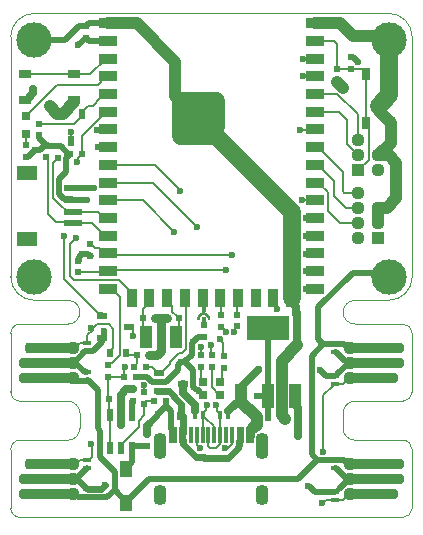
<source format=gtl>
G04*
G04 #@! TF.GenerationSoftware,Altium Limited,Altium Designer,21.6.1 (37)*
G04*
G04 Layer_Physical_Order=1*
G04 Layer_Color=255*
%FSAX25Y25*%
%MOIN*%
G70*
G04*
G04 #@! TF.SameCoordinates,2A6196F6-AC41-4C62-9EE7-3AB2130DBF51*
G04*
G04*
G04 #@! TF.FilePolarity,Positive*
G04*
G01*
G75*
%ADD11C,0.01968*%
%ADD12C,0.00394*%
%ADD15C,0.00787*%
%ADD16R,0.02362X0.03937*%
%ADD17R,0.03937X0.07874*%
%ADD18R,0.14173X0.07874*%
%ADD21R,0.04331X0.05315*%
%ADD22R,0.03543X0.02362*%
%ADD23R,0.02362X0.03543*%
%ADD24R,0.01968X0.02165*%
%ADD25R,0.02165X0.01968*%
%ADD26R,0.07087X0.04724*%
%ADD27R,0.06102X0.02362*%
%ADD28R,0.03150X0.02559*%
%ADD29R,0.01181X0.05709*%
%ADD31R,0.01968X0.02165*%
%ADD32R,0.04331X0.07480*%
%ADD33R,0.02165X0.01968*%
%ADD34R,0.04331X0.04331*%
%ADD35R,0.03543X0.05906*%
%ADD36R,0.05906X0.03543*%
%ADD38R,0.04134X0.02559*%
%ADD39R,0.02559X0.04134*%
G04:AMPARAMS|DCode=43|XSize=35.43mil|YSize=169.29mil|CornerRadius=13.82mil|HoleSize=0mil|Usage=FLASHONLY|Rotation=270.000|XOffset=0mil|YOffset=0mil|HoleType=Round|Shape=RoundedRectangle|*
%AMROUNDEDRECTD43*
21,1,0.03543,0.14165,0,0,270.0*
21,1,0.00780,0.16929,0,0,270.0*
1,1,0.02764,-0.07083,-0.00390*
1,1,0.02764,-0.07083,0.00390*
1,1,0.02764,0.07083,0.00390*
1,1,0.02764,0.07083,-0.00390*
%
%ADD43ROUNDEDRECTD43*%
G04:AMPARAMS|DCode=44|XSize=35.43mil|YSize=188.98mil|CornerRadius=13.82mil|HoleSize=0mil|Usage=FLASHONLY|Rotation=270.000|XOffset=0mil|YOffset=0mil|HoleType=Round|Shape=RoundedRectangle|*
%AMROUNDEDRECTD44*
21,1,0.03543,0.16134,0,0,270.0*
21,1,0.00780,0.18898,0,0,270.0*
1,1,0.02764,-0.08067,-0.00390*
1,1,0.02764,-0.08067,0.00390*
1,1,0.02764,0.08067,0.00390*
1,1,0.02764,0.08067,-0.00390*
%
%ADD44ROUNDEDRECTD44*%
%ADD69C,0.04370*%
%ADD77R,0.02756X0.01575*%
%ADD78R,0.01575X0.02756*%
%ADD79R,0.03150X0.03150*%
%ADD80R,0.02362X0.03150*%
%ADD81C,0.00100*%
%ADD82C,0.01600*%
%ADD83O,0.01001X0.01000*%
%ADD84C,0.03937*%
%ADD85C,0.05906*%
%ADD86C,0.02756*%
%ADD87C,0.03150*%
%ADD88C,0.02362*%
%ADD89C,0.01181*%
%ADD90C,0.11811*%
%ADD91R,0.04370X0.04370*%
G04:AMPARAMS|DCode=92|XSize=43.31mil|YSize=66.93mil|CornerRadius=19.49mil|HoleSize=0mil|Usage=FLASHONLY|Rotation=0.000|XOffset=0mil|YOffset=0mil|HoleType=Round|Shape=RoundedRectangle|*
%AMROUNDEDRECTD92*
21,1,0.04331,0.02795,0,0,0.0*
21,1,0.00433,0.06693,0,0,0.0*
1,1,0.03898,0.00217,-0.01398*
1,1,0.03898,-0.00217,-0.01398*
1,1,0.03898,-0.00217,0.01398*
1,1,0.03898,0.00217,0.01398*
%
%ADD92ROUNDEDRECTD92*%
G04:AMPARAMS|DCode=93|XSize=43.31mil|YSize=86.61mil|CornerRadius=19.49mil|HoleSize=0mil|Usage=FLASHONLY|Rotation=0.000|XOffset=0mil|YOffset=0mil|HoleType=Round|Shape=RoundedRectangle|*
%AMROUNDEDRECTD93*
21,1,0.04331,0.04764,0,0,0.0*
21,1,0.00433,0.08661,0,0,0.0*
1,1,0.03898,0.00217,-0.02382*
1,1,0.03898,-0.00217,-0.02382*
1,1,0.03898,-0.00217,0.02382*
1,1,0.03898,0.00217,0.02382*
%
%ADD93ROUNDEDRECTD93*%
%ADD94C,0.02362*%
G36*
X-0002052Y0069491D02*
Y0069283D01*
Y0068227D01*
X-0001690Y0068142D01*
X-0001060Y0067743D01*
X-0000598Y0067159D01*
X-0000353Y0066456D01*
Y0066083D01*
Y0066003D01*
X-0000414Y0065856D01*
X-0000526Y0065743D01*
X-0000674Y0065682D01*
X-0000834D01*
X-0000981Y0065743D01*
X-0001094Y0065856D01*
X-0001156Y0066003D01*
Y0066083D01*
X-0001182Y0066356D01*
X-0001391Y0066860D01*
X-0001777Y0067246D01*
X-0002281Y0067455D01*
X-0002554Y0067482D01*
X-0002827Y0067455D01*
X-0003331Y0067246D01*
X-0003717Y0066860D01*
X-0003926Y0066356D01*
X-0003952Y0066083D01*
Y0066003D01*
X-0004014Y0065856D01*
X-0004126Y0065743D01*
X-0004274Y0065682D01*
X-0004434D01*
X-0004581Y0065743D01*
X-0004694Y0065856D01*
X-0004755Y0066003D01*
Y0066083D01*
Y0066456D01*
X-0004510Y0067159D01*
X-0004047Y0067743D01*
X-0003418Y0068142D01*
X-0003056Y0068227D01*
Y0068227D01*
Y0069283D01*
Y0069491D01*
X-0002762Y0069785D01*
X-0002346D01*
X-0002052Y0069491D01*
D02*
G37*
D11*
X-0043307Y0087953D02*
X-0043296Y0087942D01*
X-0040993D02*
X-0040305Y0087254D01*
X-0043296Y0087942D02*
X-0040993D01*
X-0043307Y0087846D02*
Y0087953D01*
X-0044291Y0085630D02*
Y0086862D01*
X-0043307Y0087846D01*
X-0044390Y0085630D02*
X-0044291D01*
X-0036010Y0059756D02*
X-0035813Y0059953D01*
Y0062063D01*
X-0035737Y0062139D01*
X-0036426Y0059756D02*
X-0036010D01*
X0047043Y0153445D02*
X0048784Y0151703D01*
X0048891D01*
X0046654Y0153445D02*
X0047043D01*
X0046555D02*
X0046654D01*
X-0058695Y0122430D02*
X-0056999D01*
X-0058877Y0122355D02*
X-0058770D01*
X-0055413Y0124016D02*
X-0055216D01*
X-0058770Y0122355D02*
X-0058695Y0122430D01*
X-0061153Y0120079D02*
X-0058877Y0122355D01*
X-0056999Y0122430D02*
X-0055413Y0124016D01*
X-0061811Y0120079D02*
X-0061153D01*
X-0057382Y0126476D02*
X-0054724Y0123819D01*
X-0057382Y0126476D02*
Y0127362D01*
X0034428Y0008465D02*
X0041339D01*
X0032372Y0010520D02*
X0034428Y0008465D01*
X0032266Y0010520D02*
X0032372D01*
X-0040748Y0158858D02*
X-0034449D01*
X-0041831Y0159843D02*
X-0041732D01*
X-0040748Y0158858D01*
X-0044062Y0163812D02*
X-0041831D01*
Y0163779D02*
X-0041732D01*
X-0040748Y0164764D01*
X-0034449D01*
X-0041929Y0159843D02*
X-0041831D01*
X-0044442Y0157330D02*
X-0041929Y0159843D01*
X-0044499Y0157330D02*
X-0044442D01*
X-0048870Y0159004D02*
X-0044062Y0163812D01*
X-0059055Y0159004D02*
X-0048870D01*
X-0028873Y0016009D02*
X-0026476Y0018406D01*
Y0023228D01*
Y0023720D02*
X-0026280Y0023917D01*
X-0021457D01*
X0041339Y0055020D02*
X0041535D01*
X0044458Y0052097D01*
X0041929Y0047692D02*
X0045875Y0051638D01*
X0038025Y0047146D02*
X0041339D01*
X0036041Y0049129D02*
X0038025Y0047146D01*
X-0026274Y0038780D02*
Y0038878D01*
X-0026318Y0034213D02*
Y0038736D01*
X-0015106Y0045189D02*
X-0011304Y0048991D01*
X-0021377Y0046811D02*
X-0019756Y0045189D01*
X-0015106D01*
X-0026274Y0038878D02*
X-0026176D01*
X-0026476Y0034055D02*
X-0026318Y0034213D01*
Y0038736D02*
X-0026274Y0038780D01*
X-0047856Y0121260D02*
X-0047244D01*
X-0050955Y0123721D02*
X-0050316D01*
X-0047856Y0121260D01*
X-0047244Y0121161D02*
Y0121260D01*
X-0049171Y0106102D02*
X-0046457D01*
X-0050787Y0107719D02*
X-0049171Y0106102D01*
X-0050787Y0107719D02*
Y0112785D01*
X-0046457Y0106102D02*
X-0046138Y0105784D01*
X-0041488D01*
X-0041412Y0105709D01*
X-0048425Y0115147D02*
Y0119882D01*
X-0050787Y0112785D02*
X-0048425Y0115147D01*
Y0119882D02*
X-0047244Y0121063D01*
X-0054626Y0123819D02*
X-0051083D01*
X-0057480Y0127362D02*
X-0057382D01*
X-0006201Y0043581D02*
X-0004944Y0042325D01*
X-0008858Y0051968D02*
X-0006201Y0049311D01*
Y0043581D02*
Y0049311D01*
X-0008661Y0052165D02*
X-0006607Y0054220D01*
Y0058010D01*
X-0006103Y0058513D02*
Y0058620D01*
X-0006607Y0058010D02*
X-0006103Y0058513D01*
X-0005997Y0058620D02*
X-0004420Y0060197D01*
X-0002652D01*
X-0006103Y0058620D02*
X-0005997D01*
X-0009449Y0051968D02*
X-0009252Y0052165D01*
X-0008661D01*
X-0010039Y0051968D02*
X-0009449D01*
X-0021457Y0027854D02*
X-0021358D01*
X-0020765Y0031132D02*
X-0020684D01*
X-0013624Y0035268D02*
Y0035596D01*
X-0013583Y0033875D02*
X-0013566Y0033858D01*
Y0029324D02*
Y0033858D01*
X-0015256Y0037229D02*
Y0038681D01*
X-0013624Y0035268D02*
X-0013583Y0035227D01*
X-0015256Y0037229D02*
X-0013624Y0035596D01*
X-0013583Y0033875D02*
Y0035227D01*
X-0017738Y0034591D02*
X-0015256Y0037073D01*
X-0017813Y0034003D02*
Y0034409D01*
X-0017738Y0034484D01*
X-0020684Y0031132D02*
X-0017813Y0034003D01*
X-0017738Y0034484D02*
Y0034591D01*
X-0032311Y0009280D02*
Y0015186D01*
X-0037122Y0019997D02*
X-0032311Y0015186D01*
X-0037122Y0019997D02*
Y0028937D01*
X-0041339Y0055512D02*
X-0039633D01*
X-0036525Y0058620D01*
X-0025098Y0046811D02*
X-0021377D01*
X-0028873Y0015517D02*
Y0016009D01*
X-0041339Y0006791D02*
X-0034800D01*
X-0044350D02*
X-0041339D01*
X-0034800D02*
X-0032311Y0009280D01*
X-0037927Y0029742D02*
X-0037122Y0028937D01*
X-0037927Y0029742D02*
Y0042356D01*
X-0041339Y0045768D02*
X-0041142D01*
X-0040945Y0045571D01*
Y0045374D02*
Y0045571D01*
Y0045374D02*
X-0037927Y0042356D01*
X-0032311Y0009280D02*
X-0028346Y0005315D01*
Y0004823D02*
Y0005315D01*
X0035518Y0070000D02*
X0047054Y0081536D01*
X0035518Y0059487D02*
Y0070000D01*
Y0059487D02*
X0037229Y0057776D01*
X0033384Y0021047D02*
X0035198Y0019232D01*
X0033384Y0021047D02*
Y0053930D01*
X0037229Y0057776D02*
X0041339D01*
X0033384Y0053930D02*
X0037229Y0057776D01*
X0028830Y0012864D02*
X0035198Y0019232D01*
X0041339D01*
X-0028346Y0005315D02*
X-0020798Y0012864D01*
X0028830D01*
X-0045413Y0007854D02*
X-0044350Y0006791D01*
X-0046063Y0007854D02*
X-0045413D01*
X0041339Y0019232D02*
X0044035D01*
X0045413Y0017854D01*
X0046063D01*
X0041339Y0057776D02*
X0044276D01*
X0045413Y0056638D02*
X0046063D01*
X0044276Y0057776D02*
X0045413Y0056638D01*
X0044458Y0052097D02*
X0045603D01*
X0041535Y0016477D02*
X0044698Y0013314D01*
X0045603D01*
X0046063Y0012855D01*
X0041339Y0016477D02*
X0041535D01*
X0042402Y0009371D02*
X0045885Y0012855D01*
X0046063D01*
X-0044658Y0013314D02*
X-0041535Y0016437D01*
X-0045603Y0013314D02*
X-0044658D01*
X-0041535Y0016437D02*
X-0041339D01*
X-0046063Y0012855D02*
X-0045603Y0013314D01*
X-0041727Y0009512D02*
Y0009738D01*
X-0045603Y0012395D02*
X-0044383D01*
X-0046063Y0012855D02*
X-0045603Y0012395D01*
X-0041727Y0009512D02*
X-0041374D01*
X-0044383Y0012395D02*
X-0041727Y0009738D01*
X-0041374Y0009512D02*
X-0041339Y0009547D01*
X-0045885Y0051638D02*
X-0045413D01*
X-0046063D02*
X-0045885D01*
X-0042025Y0055498D02*
X-0041352D01*
X-0045885Y0051638D02*
X-0042025Y0055498D01*
X-0041352D02*
X-0041339Y0055512D01*
X-0042225Y0048450D02*
X-0041412D01*
X-0045413Y0051638D02*
X-0042225Y0048450D01*
X-0041412D02*
X-0041339Y0048524D01*
X-0045232Y0045571D02*
X-0041535D01*
X-0041339Y0045768D01*
X-0046063Y0046638D02*
X-0045603Y0046178D01*
X0018976Y0034895D02*
Y0041396D01*
X0018996Y0033071D02*
Y0034875D01*
X0018976Y0034895D02*
X0018996Y0034875D01*
X0013318Y0025807D02*
Y0026852D01*
X0013386Y0026919D02*
Y0027559D01*
X0012992Y0026525D02*
X0013318Y0026852D01*
X0017955Y0040560D02*
Y0040654D01*
X0017853Y0040457D02*
X0017955Y0040560D01*
X0015056Y0040457D02*
X0017853D01*
X0017955Y0040654D02*
X0018837Y0041535D01*
X0018976Y0041396D01*
X0018837Y0041535D02*
Y0063976D01*
X-0004210Y0042325D02*
X-0004135Y0042249D01*
X-0004944Y0042325D02*
X-0004210D01*
X-0042913Y0109843D02*
X-0039096D01*
X0047054Y0081536D02*
X0054520D01*
X-0011304Y0050704D02*
X-0010039Y0051968D01*
X-0011304Y0048991D02*
Y0050704D01*
X0054520Y0081536D02*
X0055792Y0080264D01*
D12*
X-0066927Y0003150D02*
G03*
X-0063774Y0000000I0003145J-0000004D01*
G01*
Y0025748D02*
G03*
X-0066927Y0022598I-0000008J-0003145D01*
G01*
X-0047829Y0025748D02*
G03*
X-0043892Y0029689I-0000001J0003938D01*
G01*
Y0034803D02*
G03*
X-0047829Y0038740I-0003938J-0000001D01*
G01*
X-0066927Y0041890D02*
G03*
X-0063774Y0038740I0003145J-0000004D01*
G01*
Y0064488D02*
G03*
X-0066927Y0061339I-0000008J-0003145D01*
G01*
X-0047829Y0064488D02*
G03*
X-0047829Y0072366I-0000006J0003939D01*
G01*
X-0066919Y0080240D02*
G03*
X-0059045Y0072366I0007870J-0000004D01*
G01*
X-0059049Y0168038D02*
G03*
X-0066923Y0160164I0000003J-0007877D01*
G01*
X0059053Y0072366D02*
G03*
X0066927Y0080240I-0000010J0007884D01*
G01*
X0047837Y0072366D02*
G03*
X0047829Y0064488I-0000006J-0003939D01*
G01*
X0066927Y0061339D02*
G03*
X0063774Y0064488I-0003152J-0000002D01*
G01*
Y0038740D02*
G03*
X0066927Y0041890I0000001J0003152D01*
G01*
X0047829Y0038740D02*
G03*
X0043892Y0034803I0000001J-0003938D01*
G01*
Y0029689D02*
G03*
X0047829Y0025748I0003938J-0000002D01*
G01*
X0066927Y0022598D02*
G03*
X0063774Y0025748I-0003152J-0000002D01*
G01*
Y0000000D02*
G03*
X0066927Y0003150I0000001J0003152D01*
G01*
Y0160164D02*
G03*
X0059053Y0168038I-0007877J-0000003D01*
G01*
X-0063774Y0000000D02*
X0063774D01*
X-0066927Y0003150D02*
Y0022598D01*
X-0063774Y0025748D02*
X-0047829D01*
X-0043892Y0029689D02*
Y0034803D01*
X-0063774Y0038740D02*
X-0047829D01*
X-0066927Y0041890D02*
Y0061339D01*
X-0063774Y0064488D02*
X-0047829D01*
X-0059045Y0072366D02*
X-0047829D01*
X-0066920Y0086817D02*
X-0066919Y0080240D01*
X-0066920Y0086817D02*
X-0066920D01*
X-0066923Y0160161D02*
X-0066920Y0086817D01*
X-0059049Y0168035D02*
X0059053D01*
X0047837Y0072366D02*
X0059053D01*
X0047829Y0064488D02*
X0063774D01*
X0066927Y0041890D02*
Y0061339D01*
X0047829Y0038740D02*
X0063774D01*
X0043892Y0029689D02*
Y0034803D01*
X0047829Y0025748D02*
X0063774D01*
X0066927Y0003150D02*
Y0022598D01*
Y0080240D02*
Y0160161D01*
D15*
X-0039862Y0090748D02*
X-0038874Y0089760D01*
X-0037398D02*
X-0035591Y0087953D01*
X-0034050D01*
X-0038874Y0089760D02*
X-0037398D01*
X-0034050Y0087953D02*
X-0033693Y0087595D01*
X-0047244Y0080356D02*
Y0091113D01*
X-0045923Y0079035D02*
X-0030841D01*
X-0047244Y0080356D02*
X-0045923Y0079035D01*
X-0047244Y0091113D02*
X-0045149Y0093209D01*
X-0049171Y0079372D02*
X-0037823Y0068024D01*
X-0049171Y0079372D02*
Y0093898D01*
X-0034449Y0082047D02*
X-0034050D01*
X-0043996Y0081791D02*
X-0034705D01*
X-0034449Y0082047D01*
X-0026682Y0063595D02*
X-0026053Y0062965D01*
Y0060653D02*
Y0062965D01*
Y0060653D02*
X-0026030Y0060630D01*
X-0036426Y0068024D02*
X-0035737Y0067335D01*
X-0037823Y0068024D02*
X-0036426D01*
X-0040354Y0019590D02*
X-0039897Y0020048D01*
X-0040354Y0019587D02*
Y0019590D01*
X-0039897Y0020048D02*
Y0023607D01*
X-0040748Y0019193D02*
X-0040354Y0019587D01*
X-0040225Y0023936D02*
X-0039897Y0023607D01*
X-0040225Y0023936D02*
Y0024362D01*
X-0043810Y0019193D02*
X-0040748D01*
X-0041339Y0060837D02*
X-0039586Y0062590D01*
X-0033966Y0055152D02*
X-0032770Y0056347D01*
X-0034301Y0064393D02*
X-0032770Y0062862D01*
Y0056347D02*
Y0062862D01*
X-0039462Y0063171D02*
X-0038240Y0064393D01*
X-0034301D01*
X-0033228Y0076142D02*
X-0030521Y0073434D01*
Y0054138D02*
Y0073434D01*
X-0033281Y0051378D02*
X-0030521Y0054138D01*
X0052264Y0129736D02*
Y0130709D01*
X0052539Y0119277D02*
Y0129460D01*
X0051378Y0131595D02*
X0052264Y0130709D01*
Y0129736D02*
X0052539Y0129460D01*
X0034449Y0141142D02*
X0041896D01*
X0048720Y0126038D02*
Y0134318D01*
X0041896Y0141142D02*
X0048720Y0134318D01*
X0051560Y0131806D02*
Y0147933D01*
X0050492Y0149508D02*
X0051378Y0148622D01*
X0046654Y0149508D02*
X0050492D01*
X0051378Y0147933D02*
Y0148622D01*
X0041831Y0149409D02*
Y0157876D01*
X0041880Y0149459D02*
X0046604D01*
X0041831Y0149409D02*
X0041880Y0149459D01*
X0046604D02*
X0046654Y0149508D01*
X0040849Y0158858D02*
X0041831Y0157876D01*
X-0046949Y0125492D02*
X-0046833Y0125608D01*
Y0128568D01*
X0034596Y0147259D02*
X0034848Y0147008D01*
X0030576Y0147259D02*
X0034596D01*
X-0041339Y0058268D02*
Y0060837D01*
X-0043898Y0058268D02*
X-0041339D01*
X-0033858Y0051378D02*
X-0033281D01*
X-0034449Y0050787D02*
X-0033858Y0051378D01*
X-0033966Y0054758D02*
Y0055152D01*
X0040354Y0043864D02*
Y0043996D01*
X0037229Y0021927D02*
Y0040739D01*
X0040354Y0043996D02*
X0040748Y0044390D01*
X0037229Y0040739D02*
X0040354Y0043864D01*
X0040748Y0044390D02*
X0043815D01*
X0034449Y0158858D02*
X0040849D01*
X-0028454Y0054758D02*
X-0027731Y0054035D01*
X-0024803D01*
X-0021949Y0050197D02*
X-0019783D01*
X-0018701Y0049016D02*
Y0049114D01*
X-0017913Y0048228D02*
X-0017323D01*
X-0019783Y0050197D02*
X-0018701Y0049114D01*
Y0049016D02*
X-0017913Y0048228D01*
X-0025886Y0050197D02*
X-0025295Y0050787D01*
Y0050950D01*
X-0024803Y0051443D02*
Y0054390D01*
X-0025295Y0050950D02*
X-0024803Y0051443D01*
X-0052658Y0118110D02*
X-0051673Y0119095D01*
X-0052658Y0106481D02*
Y0118110D01*
X-0051083Y0119783D02*
X-0050984D01*
X-0051673Y0119193D02*
X-0051083Y0119783D01*
X-0051673Y0119095D02*
Y0119193D01*
X-0028986Y0050047D02*
X-0028937Y0050096D01*
X-0028986Y0046801D02*
Y0050047D01*
X-0029035Y0046752D02*
X-0028986Y0046801D01*
X-0050409Y0104232D02*
X-0050395D01*
X-0048258Y0102096D01*
X-0052658Y0106481D02*
X-0050409Y0104232D01*
X-0034050Y0135197D02*
X-0033678Y0134825D01*
X-0044482Y0118819D02*
Y0119888D01*
X-0044783Y0118518D02*
X-0044482Y0118819D01*
X-0046260Y0101968D02*
X-0037794D01*
X-0048258Y0102096D02*
X-0046260D01*
X-0037794Y0101968D02*
X-0035630Y0099803D01*
X-0034449D01*
X-0051870Y0098326D02*
X-0046260D01*
Y0098031D02*
X-0039763D01*
X-0035591Y0093858D01*
X-0034050D01*
X-0054626Y0101082D02*
X-0051870Y0098326D01*
X-0054626Y0101082D02*
Y0119882D01*
X-0037008Y0139729D02*
Y0139764D01*
X-0035669Y0141103D02*
X-0034050D01*
X-0043209Y0133957D02*
Y0135138D01*
X-0041243Y0137104D01*
X-0039633D02*
X-0037008Y0139729D01*
X-0041243Y0137104D02*
X-0039633D01*
X-0037008Y0139764D02*
X-0035669Y0141103D01*
X-0045866Y0131299D02*
X-0043209Y0133957D01*
X-0057480Y0131299D02*
X-0045866D01*
X-0051496Y0144272D02*
X-0037967D01*
X-0061910Y0133858D02*
X-0051496Y0144272D01*
X-0045866Y0147736D02*
X-0040408D01*
X-0062205D02*
X-0045866D01*
X0044276Y0108205D02*
X0048909D01*
X0043815Y0108666D02*
Y0115240D01*
X0035630Y0123425D02*
X0043815Y0115240D01*
Y0108666D02*
X0044276Y0108205D01*
X0040999Y0107146D02*
Y0112151D01*
Y0107146D02*
X0044936Y0103209D01*
X0035630Y0117520D02*
X0040999Y0112151D01*
X0038917Y0102225D02*
X0042933Y0098209D01*
X0035630Y0111614D02*
X0038917Y0108328D01*
Y0102225D02*
Y0108328D01*
X0034449Y0123425D02*
X0035630D01*
X0044936Y0103209D02*
X0048913D01*
X0034449Y0117520D02*
X0035630D01*
X0042933Y0098209D02*
X0048912D01*
X0034449Y0111614D02*
X0035630D01*
X0034234Y0129190D02*
X0034592Y0129547D01*
X0029484Y0129190D02*
X0034234D01*
X0045310Y0124448D02*
X0049010Y0120748D01*
X0045310Y0124448D02*
Y0132378D01*
X0042452Y0135236D02*
X0045310Y0132378D01*
X0034449Y0135236D02*
X0042452D01*
X0048720Y0126038D02*
X0049010Y0125748D01*
X0050886Y0132480D02*
X0051560Y0131806D01*
X0049010Y0115748D02*
X0052539Y0119277D01*
X0050886Y0132480D02*
Y0133268D01*
X0007972Y0062532D02*
Y0063091D01*
X0003445Y0063484D02*
X0004724Y0062205D01*
Y0061811D02*
Y0062205D01*
X0007579Y0061713D02*
Y0062139D01*
X0007972Y0062532D01*
Y0063091D02*
X0008563Y0063681D01*
X0003347Y0063484D02*
X0003445D01*
X0008563Y0063681D02*
X0008661D01*
X0002839Y0059277D02*
Y0059471D01*
X0008661Y0073032D02*
X0008858Y0073228D01*
X0008661Y0067618D02*
Y0073032D01*
X0003347Y0067421D02*
Y0072835D01*
X0002953Y0073228D02*
X0003347Y0072835D01*
X-0000787Y0027389D02*
Y0027854D01*
X0002839Y0027673D02*
X0002953Y0027559D01*
X0002756Y0027362D02*
X0002953Y0027559D01*
X0002839Y0027673D02*
Y0032754D01*
X0002817Y0032776D02*
X0002839Y0032754D01*
X0002756Y0024633D02*
Y0027362D01*
X-0000984Y0028051D02*
X-0000787Y0027854D01*
X0001424Y0023302D02*
X0002756Y0024633D01*
X-0000984Y0023890D02*
X-0000396Y0023302D01*
X0001424D01*
X-0000984Y0023890D02*
Y0027559D01*
X0000787Y0027756D02*
Y0030485D01*
Y0027756D02*
X0000984Y0027559D01*
X-0002622Y0033661D02*
Y0034019D01*
X-0002854Y0034252D02*
X-0002622Y0034019D01*
Y0033429D02*
X-0002461Y0033268D01*
X-0001995D01*
X0000787Y0030485D01*
X-0002959Y0030343D02*
X-0002953Y0030337D01*
X-0002959Y0030343D02*
Y0033429D01*
X0001955Y0035593D02*
X0002705Y0034843D01*
Y0034252D02*
Y0034843D01*
X-0001930Y0035767D02*
Y0037081D01*
X0001654Y0037382D02*
X0001955Y0037081D01*
Y0035593D02*
Y0037081D01*
X-0001930D02*
X-0001629Y0037382D01*
X-0002854Y0034843D02*
X-0001930Y0035767D01*
X-0002854Y0034252D02*
Y0034843D01*
X-0003445Y0045768D02*
X-0002953Y0045276D01*
X-0003445Y0045768D02*
Y0050295D01*
X-0008477Y0073171D02*
X-0008460Y0073189D01*
X-0009789Y0054753D02*
X-0008477Y0056065D01*
Y0073171D01*
X-0000009Y0054340D02*
Y0057432D01*
X-0000215Y0057638D02*
X-0000009Y0057432D01*
Y0054340D02*
X0000197Y0054134D01*
X0003642Y0045965D02*
Y0049508D01*
X0004035Y0049902D01*
X0000197Y0043406D02*
Y0050197D01*
X-0033608Y0082490D02*
X0004906D01*
X0003929Y0054044D02*
Y0058187D01*
X0002839Y0059277D02*
X0003929Y0058187D01*
X-0003642Y0054232D02*
X-0003538Y0054336D01*
Y0056674D02*
X-0003434Y0056778D01*
X-0003538Y0054336D02*
Y0056674D01*
X-0034301Y0046801D02*
X-0029085D01*
X-0034350Y0046752D02*
X-0034301Y0046801D01*
X-0029085D02*
X-0029035Y0046752D01*
X-0034350Y0039665D02*
X-0034252Y0039567D01*
X-0034350Y0039665D02*
Y0046752D01*
X-0030217Y0024016D02*
X-0024137Y0030095D01*
Y0032194D01*
X-0022343Y0033989D01*
X-0030217Y0023228D02*
Y0024016D01*
X-0022539Y0037795D02*
X-0021654Y0038681D01*
X-0019193D01*
X-0022638Y0037795D02*
X-0022539D01*
X-0022343Y0033989D02*
Y0037795D01*
X-0034252Y0034350D02*
X-0033957Y0034055D01*
X-0034252Y0034350D02*
Y0039567D01*
X-0033957Y0025492D02*
Y0034055D01*
X-0019735Y0038139D02*
X-0019193Y0038681D01*
X-0022638Y0041732D02*
Y0044001D01*
X-0034050Y0076142D02*
X-0033228D01*
X0036853Y0004809D02*
X0037202D01*
X0038101Y0005709D01*
X0043898D01*
X-0045149Y0017854D02*
X-0043810Y0019193D01*
X-0046063Y0017854D02*
X-0045149D01*
X0046044Y0007854D02*
X0046063D01*
X0043898Y0005709D02*
X0046044Y0007854D01*
X0043815Y0044390D02*
X0046063Y0046638D01*
X-0045527Y0056638D02*
X-0043898Y0058268D01*
X-0046063Y0056638D02*
X-0045527D01*
X0005362Y0023302D02*
X0006693Y0024633D01*
X0004472Y0023000D02*
X0004774Y0023302D01*
X0005362D01*
X0006693Y0024633D02*
Y0027005D01*
X-0004724Y0024243D02*
Y0026102D01*
Y0024243D02*
X-0003717Y0023235D01*
Y0022994D02*
Y0023235D01*
X-0004921Y0026298D02*
X-0004724Y0026102D01*
X-0037967Y0144272D02*
X-0035231Y0147008D01*
X-0034050Y0082047D02*
X-0033608Y0082490D01*
X0021068Y0073189D02*
X0021993Y0072264D01*
Y0069607D02*
Y0072264D01*
X0031600Y0099764D02*
X0034848D01*
X0031600Y0093858D02*
X0034848D01*
X0031600Y0087953D02*
X0034848D01*
X0031600Y0082047D02*
X0034848D01*
X0031600Y0076138D02*
X0034844D01*
X0034848Y0076142D01*
X-0044482Y0119888D02*
X-0043307Y0121063D01*
Y0127121D01*
X-0030841Y0079035D02*
X-0026176Y0074370D01*
Y0073189D02*
Y0074370D01*
X-0010870Y0054753D02*
X-0009789D01*
X0003929Y0054044D02*
X0004035Y0053937D01*
X-0033693Y0087595D02*
X0006996D01*
X-0034050Y0111575D02*
X-0019580D01*
X-0004947Y0096942D01*
X-0022869Y0105669D02*
X-0012443Y0095243D01*
X-0034050Y0105669D02*
X-0022869D01*
X-0010363Y0108756D02*
Y0109004D01*
X-0018840Y0117481D02*
X-0010363Y0109004D01*
X-0034050Y0117481D02*
X-0018840D01*
X0002953Y0045276D02*
X0003642Y0045965D01*
X0000197Y0043406D02*
X0002657Y0040945D01*
X0002953D01*
X-0016732Y0048228D02*
X-0013766Y0051195D01*
Y0051857D01*
X-0010870Y0054753D01*
X-0017323Y0048228D02*
X-0016732D01*
X-0014365Y0072008D02*
X-0012987Y0070630D01*
Y0068354D02*
Y0070630D01*
X-0011640Y0067007D02*
X-0011434D01*
X-0010843Y0060995D02*
Y0066417D01*
X-0011434Y0067007D02*
X-0010843Y0066417D01*
X-0012987Y0068354D02*
X-0011640Y0067007D01*
X-0043307Y0127121D02*
X-0035231Y0135197D01*
X-0034050D01*
X-0061910Y0124311D02*
Y0128051D01*
X-0035231Y0147008D02*
X-0034050D01*
Y0152953D02*
X-0032770D01*
X-0040408Y0147736D02*
X-0035231Y0152914D01*
X-0034050D01*
X-0022834Y0061717D02*
X-0021399Y0060282D01*
X-0022834Y0061717D02*
Y0069444D01*
X-0020270Y0072008D01*
Y0073189D01*
X-0011556Y0060282D02*
X-0010843Y0060995D01*
X-0014365Y0072008D02*
Y0073189D01*
X-0012006Y0062326D02*
X-0011605Y0061925D01*
X-0022039Y0062516D02*
X-0021448Y0061925D01*
X0030069Y0105669D02*
X0034848D01*
X0030632Y0152914D02*
X0034848D01*
D16*
X-0026476Y0023228D02*
D03*
X-0030217D02*
D03*
X-0033957D02*
D03*
Y0034055D02*
D03*
X-0030217D02*
D03*
X-0026476D02*
D03*
D17*
X0027854Y0040551D02*
D03*
X0009744D02*
D03*
X0018799D02*
D03*
D18*
Y0062992D02*
D03*
D21*
X-0028346Y0004823D02*
D03*
Y0016043D02*
D03*
Y0004823D02*
D03*
Y0016043D02*
D03*
D22*
X-0036426Y0067237D02*
D03*
Y0059756D02*
D03*
X-0027371Y0063496D02*
D03*
X-0009449Y0044488D02*
D03*
Y0051968D02*
D03*
X-0017323Y0048228D02*
D03*
D23*
X-0043209Y0134547D02*
D03*
X-0050689D02*
D03*
X-0046949Y0125492D02*
D03*
D24*
X-0047244Y0121161D02*
D03*
X-0043307D02*
D03*
X0028543Y0032874D02*
D03*
X0024606D02*
D03*
X0015059Y0033071D02*
D03*
X0018996D02*
D03*
X-0034252Y0039567D02*
D03*
X-0030315D02*
D03*
X-0025098Y0046752D02*
D03*
X-0029035D02*
D03*
X-0019193Y0038681D02*
D03*
X-0015256D02*
D03*
X-0025886Y0050197D02*
D03*
X-0021949D02*
D03*
D25*
X-0057480Y0127362D02*
D03*
Y0131299D02*
D03*
X-0021457Y0023917D02*
D03*
Y0027854D02*
D03*
X-0026176Y0042815D02*
D03*
Y0038878D02*
D03*
X-0044390Y0081693D02*
D03*
Y0085630D02*
D03*
X-0040354Y0087205D02*
D03*
Y0091142D02*
D03*
X-0022638Y0041732D02*
D03*
Y0037795D02*
D03*
X0000197Y0054134D02*
D03*
Y0050197D02*
D03*
X0004035Y0049902D02*
D03*
Y0053839D02*
D03*
X-0003642Y0054232D02*
D03*
Y0050295D02*
D03*
X-0002554Y0060197D02*
D03*
Y0064134D02*
D03*
X0008661Y0067618D02*
D03*
Y0063681D02*
D03*
X-0034449Y0050787D02*
D03*
Y0046850D02*
D03*
X-0061910Y0124016D02*
D03*
Y0120079D02*
D03*
X0003347Y0067421D02*
D03*
Y0063484D02*
D03*
X0046654Y0153445D02*
D03*
Y0149508D02*
D03*
X-0050984Y0119783D02*
D03*
Y0123721D02*
D03*
X-0055315Y0124016D02*
D03*
Y0120079D02*
D03*
D26*
X-0061516Y0114961D02*
D03*
Y0092913D02*
D03*
D03*
Y0114961D02*
D03*
D27*
X-0046260Y0109843D02*
D03*
Y0105906D02*
D03*
Y0101968D02*
D03*
Y0098031D02*
D03*
D03*
Y0101968D02*
D03*
Y0105906D02*
D03*
Y0109843D02*
D03*
D28*
X-0002953Y0040945D02*
D03*
X0002953D02*
D03*
Y0045276D02*
D03*
X-0002953D02*
D03*
D29*
X-0013386Y0027559D02*
D03*
X-0010236D02*
D03*
X-0004921D02*
D03*
X0006890D02*
D03*
X0010236D02*
D03*
X0004921D02*
D03*
X-0000984D02*
D03*
X-0006890D02*
D03*
X-0002953Y0027582D02*
D03*
X0000984Y0027559D02*
D03*
X0002953D02*
D03*
X0009055D02*
D03*
X-0012205D02*
D03*
X-0009055D02*
D03*
X0012205D02*
D03*
X0013386D02*
D03*
D31*
X-0018897Y0066356D02*
D03*
X-0022834D02*
D03*
X-0014780Y0066318D02*
D03*
X-0010843D02*
D03*
X-0024803Y0054035D02*
D03*
X-0020866D02*
D03*
D32*
X-0011909Y0060138D02*
D03*
X-0021752D02*
D03*
D33*
X-0041831Y0159843D02*
D03*
Y0163779D02*
D03*
X0041831Y0149409D02*
D03*
Y0145472D02*
D03*
D34*
X0001221Y0138976D02*
D03*
X-0004685D02*
D03*
X-0010591D02*
D03*
X0001221Y0127165D02*
D03*
X-0004685D02*
D03*
X-0010591D02*
D03*
X0001221Y0133071D02*
D03*
X-0010591D02*
D03*
X-0004685D02*
D03*
D35*
X0026575Y0073228D02*
D03*
X0020669D02*
D03*
X0014764D02*
D03*
X0008858D02*
D03*
X0002953D02*
D03*
X-0002953D02*
D03*
X-0008858D02*
D03*
X-0014764D02*
D03*
X-0020669D02*
D03*
X-0026575D02*
D03*
D36*
X0034449Y0076181D02*
D03*
Y0082087D02*
D03*
Y0087992D02*
D03*
Y0093898D02*
D03*
Y0099803D02*
D03*
Y0105709D02*
D03*
Y0111614D02*
D03*
Y0117520D02*
D03*
Y0123425D02*
D03*
Y0129331D02*
D03*
Y0135236D02*
D03*
Y0141142D02*
D03*
Y0147047D02*
D03*
Y0152953D02*
D03*
Y0158858D02*
D03*
Y0164764D02*
D03*
X-0034449Y0076181D02*
D03*
Y0082087D02*
D03*
Y0087992D02*
D03*
Y0093898D02*
D03*
Y0099803D02*
D03*
Y0105709D02*
D03*
Y0111614D02*
D03*
Y0117520D02*
D03*
Y0123425D02*
D03*
Y0129331D02*
D03*
Y0135236D02*
D03*
Y0141142D02*
D03*
Y0147047D02*
D03*
Y0152953D02*
D03*
Y0158858D02*
D03*
Y0164764D02*
D03*
D38*
X-0045866Y0139272D02*
D03*
X-0062205D02*
D03*
X-0045866Y0147736D02*
D03*
X-0062205D02*
D03*
D39*
X0059842Y0147933D02*
D03*
Y0131595D02*
D03*
X0051378Y0147933D02*
D03*
Y0131595D02*
D03*
D43*
X0053740Y0007854D02*
D03*
X-0053740Y0056638D02*
D03*
X0053740Y0046638D02*
D03*
X-0053740Y0017854D02*
D03*
D44*
X0054724D02*
D03*
Y0012855D02*
D03*
X-0054724Y0046638D02*
D03*
Y0051638D02*
D03*
X0054724Y0056638D02*
D03*
Y0051638D02*
D03*
X-0054724Y0007854D02*
D03*
Y0012855D02*
D03*
D69*
X0046063Y0007854D02*
D03*
Y0012855D02*
D03*
Y0017854D02*
D03*
X-0046063Y0056638D02*
D03*
Y0051638D02*
D03*
Y0046638D02*
D03*
X0046063D02*
D03*
Y0051638D02*
D03*
Y0056638D02*
D03*
X-0046063Y0017854D02*
D03*
Y0012855D02*
D03*
Y0007854D02*
D03*
X0048913Y0108209D02*
D03*
Y0103209D02*
D03*
X0048912Y0093209D02*
D03*
X0055512Y0103209D02*
D03*
Y0098209D02*
D03*
X0048912D02*
D03*
X0055610Y0120748D02*
D03*
X0049010D02*
D03*
Y0125748D02*
D03*
X0055610Y0115748D02*
D03*
D77*
X0041339Y0008465D02*
D03*
Y0005709D02*
D03*
X-0041339Y0048524D02*
D03*
Y0045768D02*
D03*
Y0055512D02*
D03*
Y0058268D02*
D03*
X0041339Y0047146D02*
D03*
Y0044390D02*
D03*
Y0055020D02*
D03*
Y0057776D02*
D03*
Y0016477D02*
D03*
Y0019232D02*
D03*
X-0041339Y0016437D02*
D03*
Y0019193D02*
D03*
Y0009547D02*
D03*
Y0006791D02*
D03*
D78*
X-0005610Y0034252D02*
D03*
X-0002854D02*
D03*
X0005461D02*
D03*
X0002705D02*
D03*
X-0013583Y0033858D02*
D03*
X-0010827D02*
D03*
D79*
X-0061910Y0127953D02*
D03*
Y0133858D02*
D03*
D80*
X-0028454Y0054758D02*
D03*
X-0033966D02*
D03*
D81*
X-0002199Y0069430D02*
D03*
X-0002554Y0069785D02*
D03*
X-0002909Y0069430D02*
D03*
D82*
X-0002554Y0066083D02*
D03*
D83*
X-0002551Y0069448D02*
D03*
D84*
X0055610Y0120748D02*
X0059842Y0124980D01*
Y0131595D01*
X0055792Y0135644D02*
Y0137104D01*
Y0135644D02*
X0059842Y0131595D01*
X0041831Y0145244D02*
X0043930Y0143145D01*
X-0010591Y0136024D02*
Y0138976D01*
X-0010787D02*
Y0139173D01*
X0023425Y0052312D02*
X0028443Y0057329D01*
X0023425Y0034055D02*
Y0052312D01*
Y0034055D02*
X0024606Y0032874D01*
X-0012086Y0140472D02*
Y0151898D01*
X-0024952Y0164764D02*
X-0012086Y0151898D01*
Y0140472D02*
X-0010787Y0139173D01*
X-0034449Y0164764D02*
X-0024952D01*
X0047244Y0160335D02*
X0057724D01*
X0042815Y0164764D02*
X0047244Y0160335D01*
X0057724D02*
X0059055Y0159004D01*
X0034449Y0164764D02*
X0042815D01*
X0058508Y0103291D02*
X0061614Y0106398D01*
Y0118110D01*
X0055512Y0103209D02*
X0055595Y0103291D01*
X0058508D01*
X0055512Y0098209D02*
Y0103209D01*
X0055693Y0120665D02*
X0059059D01*
X0061614Y0118110D01*
X0055610Y0120748D02*
X0055693Y0120665D01*
X-0049641Y0134547D02*
X-0045866Y0138322D01*
X-0051324Y0134547D02*
X-0050689D01*
X-0053880Y0137104D02*
X-0051324Y0134547D01*
X0009744Y0038583D02*
X0012231Y0036096D01*
X0012537D02*
X0015059Y0033573D01*
Y0030842D02*
Y0033573D01*
X0009744Y0038583D02*
Y0039567D01*
X0013959Y0029742D02*
X0015059Y0030842D01*
D85*
X0059350Y0140662D02*
Y0149606D01*
X0055792Y0137104D02*
X0059350Y0140662D01*
X-0010192Y0127126D02*
X-0004286D01*
X0001619D01*
X-0004286Y0138937D02*
X0001619D01*
X-0010192D02*
X-0004286D01*
X-0010192Y0127747D02*
Y0138937D01*
X-0004286Y0127126D02*
Y0138937D01*
X0001619Y0130079D02*
Y0135984D01*
Y0136019D02*
Y0138937D01*
X0059350Y0149606D02*
X0059350Y0149606D01*
X0059055Y0159004D02*
X0059350Y0158709D01*
Y0149606D02*
Y0158709D01*
X0001619Y0136019D02*
X0001654Y0135984D01*
X0001619D02*
X0001654D01*
X0026974Y0073189D02*
Y0101772D01*
X0001619Y0127126D02*
X0026974Y0101772D01*
D86*
X0028443Y0057329D02*
Y0068039D01*
X-0061614Y0139272D02*
X-0059522Y0141364D01*
Y0142863D01*
X-0021457Y0030360D02*
X-0020813Y0031004D01*
X-0021457Y0027854D02*
Y0030360D01*
X-0030103Y0030892D02*
Y0033942D01*
X-0030221Y0034055D02*
Y0039473D01*
X-0030315Y0039567D02*
Y0040876D01*
X-0028376Y0042815D01*
X-0026176D01*
X0028445Y0036768D02*
Y0039961D01*
Y0036768D02*
X0028835Y0036378D01*
Y0030024D02*
Y0036378D01*
X0027854Y0040551D02*
X0028445Y0039961D01*
X0009782Y0043504D02*
X0015491Y0049213D01*
X0009782Y0039567D02*
Y0043504D01*
X0028940Y0027089D02*
Y0029919D01*
X0027367Y0070979D02*
X0028346Y0070000D01*
Y0067943D02*
Y0070000D01*
X0027367Y0070979D02*
Y0072795D01*
X0026974Y0073189D02*
X0027367Y0072795D01*
X0005602Y0035387D02*
X0009782Y0039567D01*
X0005363Y0035387D02*
X0005602D01*
X-0009597Y0041424D02*
Y0041938D01*
X-0005523Y0035350D02*
Y0037351D01*
X-0009597Y0041938D02*
Y0044340D01*
Y0041424D02*
X-0005523Y0037351D01*
X-0009597Y0044340D02*
X-0009449Y0044488D01*
D87*
X-0016839Y0056583D02*
Y0066318D01*
X-0018897D02*
X-0016839D01*
X-0014780D01*
X-0020866Y0054035D02*
X-0018257D01*
X-0016839Y0055454D01*
X-0018897Y0066318D02*
Y0066356D01*
D88*
X-0018257Y0042156D02*
X-0014297D01*
X-0012598Y0040111D02*
X-0010274Y0037786D01*
Y0034611D02*
Y0037786D01*
Y0034611D02*
X-0009597Y0033934D01*
X-0036740Y0009495D02*
X-0035353Y0010883D01*
X-0041142Y0009495D02*
X-0036740D01*
X0009187Y0024045D02*
Y0025427D01*
X0008760Y0023618D02*
X0009187Y0024045D01*
X-0005166Y0020024D02*
X-0002791D01*
X0008760Y0023251D02*
Y0023618D01*
X-0002648Y0019882D02*
X0005390D01*
X0008760Y0023251D01*
X-0002791Y0020024D02*
X-0002648Y0019882D01*
X-0009646Y0024504D02*
X-0005166Y0020024D01*
X-0009646Y0024504D02*
Y0025886D01*
X-0009597Y0028250D02*
Y0033934D01*
X-0014297Y0042156D02*
X-0012598Y0040457D01*
Y0040111D02*
Y0040457D01*
D89*
X-0061910Y0120079D02*
X-0061811D01*
X-0002535Y0064153D02*
X-0002516Y0064134D01*
X-0002535Y0064153D02*
Y0066064D01*
X-0002554Y0066083D02*
X-0002535Y0066064D01*
X-0002554Y0069785D02*
Y0073189D01*
Y0068899D02*
Y0069785D01*
D90*
X-0059055Y0159004D02*
D03*
X0059055Y0080264D02*
D03*
Y0159004D02*
D03*
X-0059055Y0080264D02*
D03*
D91*
X0055512Y0093209D02*
D03*
X0049010Y0115748D02*
D03*
D92*
X-0017008Y0007500D02*
D03*
X0017008D02*
D03*
D93*
X-0017008Y0023957D02*
D03*
X0017008D02*
D03*
D94*
X-0001732Y0127165D02*
D03*
X-0007638D02*
D03*
X-0001732Y0133071D02*
D03*
X-0007638D02*
D03*
X-0001732Y0138976D02*
D03*
X-0007638D02*
D03*
X0001221Y0130118D02*
D03*
X-0004685D02*
D03*
X-0010591D02*
D03*
X0001221Y0136024D02*
D03*
X-0010591D02*
D03*
X-0004685D02*
D03*
X-0043307Y0087953D02*
D03*
X-0045149Y0093209D02*
D03*
X-0049171Y0093898D02*
D03*
X-0026030Y0060630D02*
D03*
X-0040225Y0024362D02*
D03*
X-0035737Y0062139D02*
D03*
X-0040232Y0063235D02*
D03*
X0055792Y0137104D02*
D03*
X0043930Y0143145D02*
D03*
X0048891Y0151703D02*
D03*
X-0058770Y0122355D02*
D03*
X0030576Y0147259D02*
D03*
X0032266Y0010520D02*
D03*
X-0026381Y0036936D02*
D03*
X-0018257Y0042156D02*
D03*
X-0028937Y0050096D02*
D03*
X-0046833Y0128568D02*
D03*
X-0041412Y0105709D02*
D03*
X-0044783Y0118518D02*
D03*
X-0053880Y0137104D02*
D03*
X0029484Y0129190D02*
D03*
X0007579Y0061713D02*
D03*
X0004724Y0061811D02*
D03*
X0002839Y0059471D02*
D03*
X0001654Y0037382D02*
D03*
X-0001629D02*
D03*
X-0000215Y0057638D02*
D03*
X0004906Y0082490D02*
D03*
X-0006103Y0058620D02*
D03*
X-0003434Y0056778D02*
D03*
X-0017738Y0034484D02*
D03*
X-0030117Y0030878D02*
D03*
X-0022638Y0044001D02*
D03*
X-0035353Y0010883D02*
D03*
X0036853Y0004809D02*
D03*
X0057382Y0012855D02*
D03*
X-0057382Y0051638D02*
D03*
X0057382D02*
D03*
X-0057382Y0012855D02*
D03*
X0013370Y0035263D02*
D03*
X0004472Y0023000D02*
D03*
X-0003717Y0022994D02*
D03*
X-0002648Y0020062D02*
D03*
X-0004928Y0020024D02*
D03*
X0015056Y0040457D02*
D03*
X0037229Y0021927D02*
D03*
X0015982Y0049394D02*
D03*
X0028940Y0027089D02*
D03*
X0028882Y0029977D02*
D03*
X0021993Y0069607D02*
D03*
X0028346Y0067943D02*
D03*
X-0009597Y0041938D02*
D03*
X-0059522Y0142863D02*
D03*
X-0004135Y0042249D02*
D03*
X-0020813Y0031004D02*
D03*
X-0044499Y0157330D02*
D03*
X0031600Y0099764D02*
D03*
Y0093858D02*
D03*
Y0087953D02*
D03*
Y0082047D02*
D03*
Y0076138D02*
D03*
X-0039096Y0109843D02*
D03*
X-0016713Y0056229D02*
D03*
X0036041Y0049129D02*
D03*
X0006996Y0087595D02*
D03*
X-0004947Y0096942D02*
D03*
X-0012443Y0095243D02*
D03*
X-0010363Y0108756D02*
D03*
X-0037927Y0123332D02*
D03*
X-0037998Y0128984D02*
D03*
X0030069Y0105669D02*
D03*
X0030576Y0152914D02*
D03*
M02*

</source>
